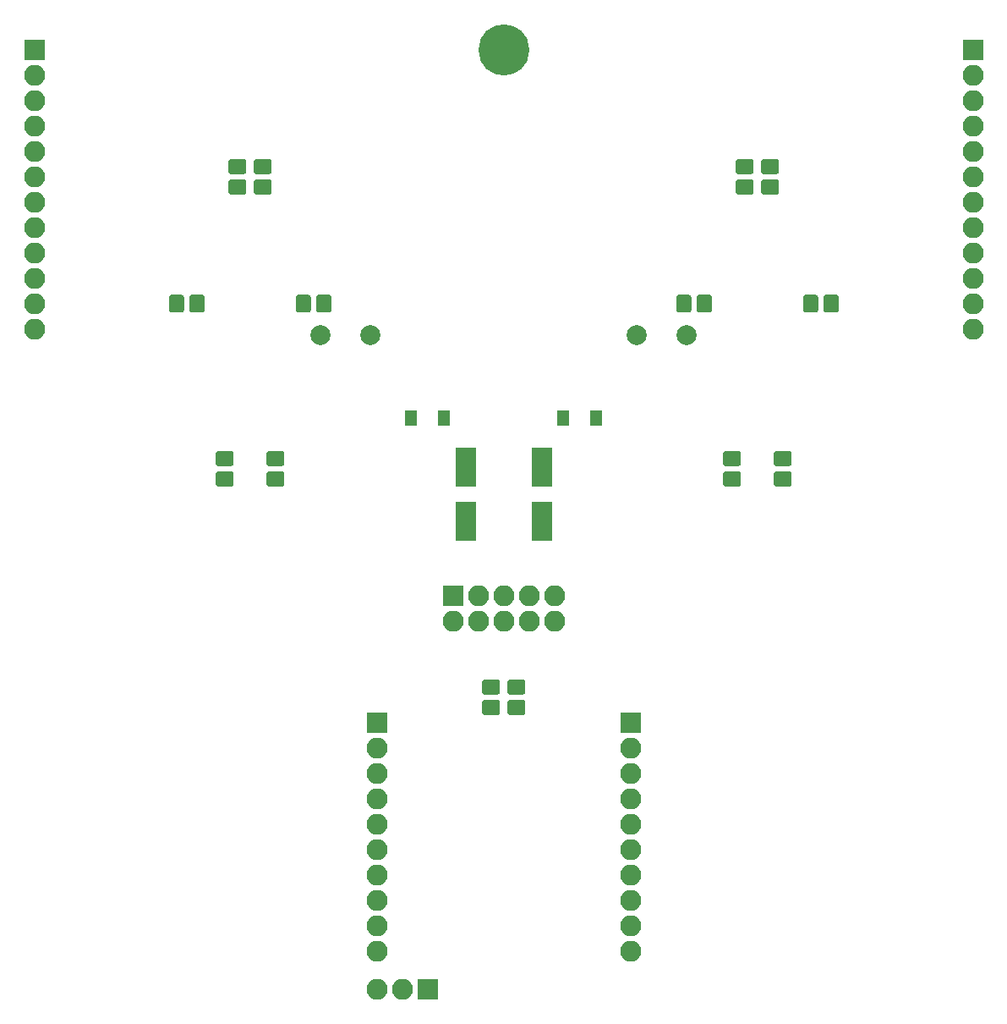
<source format=gbr>
G04 #@! TF.GenerationSoftware,KiCad,Pcbnew,(5.1.5)-3*
G04 #@! TF.CreationDate,2020-07-18T15:31:23-05:00*
G04 #@! TF.ProjectId,Miasma_Main_smd,4d696173-6d61-45f4-9d61-696e5f736d64,rev?*
G04 #@! TF.SameCoordinates,Original*
G04 #@! TF.FileFunction,Soldermask,Bot*
G04 #@! TF.FilePolarity,Negative*
%FSLAX46Y46*%
G04 Gerber Fmt 4.6, Leading zero omitted, Abs format (unit mm)*
G04 Created by KiCad (PCBNEW (5.1.5)-3) date 2020-07-18 15:31:23*
%MOMM*%
%LPD*%
G04 APERTURE LIST*
%ADD10C,2.000000*%
%ADD11O,2.100000X2.100000*%
%ADD12R,2.100000X2.100000*%
%ADD13C,0.100000*%
%ADD14R,1.300000X1.600000*%
%ADD15R,2.000000X3.900000*%
%ADD16C,5.100000*%
G04 APERTURE END LIST*
D10*
X131445000Y-78105000D03*
X126445000Y-78105000D03*
X163115000Y-78105000D03*
X158115000Y-78105000D03*
D11*
X132080000Y-143510000D03*
X134620000Y-143510000D03*
D12*
X137160000Y-143510000D03*
D13*
G36*
X146646071Y-112501623D02*
G01*
X146678781Y-112506475D01*
X146710857Y-112514509D01*
X146741991Y-112525649D01*
X146771884Y-112539787D01*
X146800247Y-112556787D01*
X146826807Y-112576485D01*
X146851308Y-112598692D01*
X146873515Y-112623193D01*
X146893213Y-112649753D01*
X146910213Y-112678116D01*
X146924351Y-112708009D01*
X146935491Y-112739143D01*
X146943525Y-112771219D01*
X146948377Y-112803929D01*
X146950000Y-112836956D01*
X146950000Y-113713044D01*
X146948377Y-113746071D01*
X146943525Y-113778781D01*
X146935491Y-113810857D01*
X146924351Y-113841991D01*
X146910213Y-113871884D01*
X146893213Y-113900247D01*
X146873515Y-113926807D01*
X146851308Y-113951308D01*
X146826807Y-113973515D01*
X146800247Y-113993213D01*
X146771884Y-114010213D01*
X146741991Y-114024351D01*
X146710857Y-114035491D01*
X146678781Y-114043525D01*
X146646071Y-114048377D01*
X146613044Y-114050000D01*
X145486956Y-114050000D01*
X145453929Y-114048377D01*
X145421219Y-114043525D01*
X145389143Y-114035491D01*
X145358009Y-114024351D01*
X145328116Y-114010213D01*
X145299753Y-113993213D01*
X145273193Y-113973515D01*
X145248692Y-113951308D01*
X145226485Y-113926807D01*
X145206787Y-113900247D01*
X145189787Y-113871884D01*
X145175649Y-113841991D01*
X145164509Y-113810857D01*
X145156475Y-113778781D01*
X145151623Y-113746071D01*
X145150000Y-113713044D01*
X145150000Y-112836956D01*
X145151623Y-112803929D01*
X145156475Y-112771219D01*
X145164509Y-112739143D01*
X145175649Y-112708009D01*
X145189787Y-112678116D01*
X145206787Y-112649753D01*
X145226485Y-112623193D01*
X145248692Y-112598692D01*
X145273193Y-112576485D01*
X145299753Y-112556787D01*
X145328116Y-112539787D01*
X145358009Y-112525649D01*
X145389143Y-112514509D01*
X145421219Y-112506475D01*
X145453929Y-112501623D01*
X145486956Y-112500000D01*
X146613044Y-112500000D01*
X146646071Y-112501623D01*
G37*
G36*
X146646071Y-114551623D02*
G01*
X146678781Y-114556475D01*
X146710857Y-114564509D01*
X146741991Y-114575649D01*
X146771884Y-114589787D01*
X146800247Y-114606787D01*
X146826807Y-114626485D01*
X146851308Y-114648692D01*
X146873515Y-114673193D01*
X146893213Y-114699753D01*
X146910213Y-114728116D01*
X146924351Y-114758009D01*
X146935491Y-114789143D01*
X146943525Y-114821219D01*
X146948377Y-114853929D01*
X146950000Y-114886956D01*
X146950000Y-115763044D01*
X146948377Y-115796071D01*
X146943525Y-115828781D01*
X146935491Y-115860857D01*
X146924351Y-115891991D01*
X146910213Y-115921884D01*
X146893213Y-115950247D01*
X146873515Y-115976807D01*
X146851308Y-116001308D01*
X146826807Y-116023515D01*
X146800247Y-116043213D01*
X146771884Y-116060213D01*
X146741991Y-116074351D01*
X146710857Y-116085491D01*
X146678781Y-116093525D01*
X146646071Y-116098377D01*
X146613044Y-116100000D01*
X145486956Y-116100000D01*
X145453929Y-116098377D01*
X145421219Y-116093525D01*
X145389143Y-116085491D01*
X145358009Y-116074351D01*
X145328116Y-116060213D01*
X145299753Y-116043213D01*
X145273193Y-116023515D01*
X145248692Y-116001308D01*
X145226485Y-115976807D01*
X145206787Y-115950247D01*
X145189787Y-115921884D01*
X145175649Y-115891991D01*
X145164509Y-115860857D01*
X145156475Y-115828781D01*
X145151623Y-115796071D01*
X145150000Y-115763044D01*
X145150000Y-114886956D01*
X145151623Y-114853929D01*
X145156475Y-114821219D01*
X145164509Y-114789143D01*
X145175649Y-114758009D01*
X145189787Y-114728116D01*
X145206787Y-114699753D01*
X145226485Y-114673193D01*
X145248692Y-114648692D01*
X145273193Y-114626485D01*
X145299753Y-114606787D01*
X145328116Y-114589787D01*
X145358009Y-114575649D01*
X145389143Y-114564509D01*
X145421219Y-114556475D01*
X145453929Y-114551623D01*
X145486956Y-114550000D01*
X146613044Y-114550000D01*
X146646071Y-114551623D01*
G37*
G36*
X144106071Y-114551623D02*
G01*
X144138781Y-114556475D01*
X144170857Y-114564509D01*
X144201991Y-114575649D01*
X144231884Y-114589787D01*
X144260247Y-114606787D01*
X144286807Y-114626485D01*
X144311308Y-114648692D01*
X144333515Y-114673193D01*
X144353213Y-114699753D01*
X144370213Y-114728116D01*
X144384351Y-114758009D01*
X144395491Y-114789143D01*
X144403525Y-114821219D01*
X144408377Y-114853929D01*
X144410000Y-114886956D01*
X144410000Y-115763044D01*
X144408377Y-115796071D01*
X144403525Y-115828781D01*
X144395491Y-115860857D01*
X144384351Y-115891991D01*
X144370213Y-115921884D01*
X144353213Y-115950247D01*
X144333515Y-115976807D01*
X144311308Y-116001308D01*
X144286807Y-116023515D01*
X144260247Y-116043213D01*
X144231884Y-116060213D01*
X144201991Y-116074351D01*
X144170857Y-116085491D01*
X144138781Y-116093525D01*
X144106071Y-116098377D01*
X144073044Y-116100000D01*
X142946956Y-116100000D01*
X142913929Y-116098377D01*
X142881219Y-116093525D01*
X142849143Y-116085491D01*
X142818009Y-116074351D01*
X142788116Y-116060213D01*
X142759753Y-116043213D01*
X142733193Y-116023515D01*
X142708692Y-116001308D01*
X142686485Y-115976807D01*
X142666787Y-115950247D01*
X142649787Y-115921884D01*
X142635649Y-115891991D01*
X142624509Y-115860857D01*
X142616475Y-115828781D01*
X142611623Y-115796071D01*
X142610000Y-115763044D01*
X142610000Y-114886956D01*
X142611623Y-114853929D01*
X142616475Y-114821219D01*
X142624509Y-114789143D01*
X142635649Y-114758009D01*
X142649787Y-114728116D01*
X142666787Y-114699753D01*
X142686485Y-114673193D01*
X142708692Y-114648692D01*
X142733193Y-114626485D01*
X142759753Y-114606787D01*
X142788116Y-114589787D01*
X142818009Y-114575649D01*
X142849143Y-114564509D01*
X142881219Y-114556475D01*
X142913929Y-114551623D01*
X142946956Y-114550000D01*
X144073044Y-114550000D01*
X144106071Y-114551623D01*
G37*
G36*
X144106071Y-112501623D02*
G01*
X144138781Y-112506475D01*
X144170857Y-112514509D01*
X144201991Y-112525649D01*
X144231884Y-112539787D01*
X144260247Y-112556787D01*
X144286807Y-112576485D01*
X144311308Y-112598692D01*
X144333515Y-112623193D01*
X144353213Y-112649753D01*
X144370213Y-112678116D01*
X144384351Y-112708009D01*
X144395491Y-112739143D01*
X144403525Y-112771219D01*
X144408377Y-112803929D01*
X144410000Y-112836956D01*
X144410000Y-113713044D01*
X144408377Y-113746071D01*
X144403525Y-113778781D01*
X144395491Y-113810857D01*
X144384351Y-113841991D01*
X144370213Y-113871884D01*
X144353213Y-113900247D01*
X144333515Y-113926807D01*
X144311308Y-113951308D01*
X144286807Y-113973515D01*
X144260247Y-113993213D01*
X144231884Y-114010213D01*
X144201991Y-114024351D01*
X144170857Y-114035491D01*
X144138781Y-114043525D01*
X144106071Y-114048377D01*
X144073044Y-114050000D01*
X142946956Y-114050000D01*
X142913929Y-114048377D01*
X142881219Y-114043525D01*
X142849143Y-114035491D01*
X142818009Y-114024351D01*
X142788116Y-114010213D01*
X142759753Y-113993213D01*
X142733193Y-113973515D01*
X142708692Y-113951308D01*
X142686485Y-113926807D01*
X142666787Y-113900247D01*
X142649787Y-113871884D01*
X142635649Y-113841991D01*
X142624509Y-113810857D01*
X142616475Y-113778781D01*
X142611623Y-113746071D01*
X142610000Y-113713044D01*
X142610000Y-112836956D01*
X142611623Y-112803929D01*
X142616475Y-112771219D01*
X142624509Y-112739143D01*
X142635649Y-112708009D01*
X142649787Y-112678116D01*
X142666787Y-112649753D01*
X142686485Y-112623193D01*
X142708692Y-112598692D01*
X142733193Y-112576485D01*
X142759753Y-112556787D01*
X142788116Y-112539787D01*
X142818009Y-112525649D01*
X142849143Y-112514509D01*
X142881219Y-112506475D01*
X142913929Y-112501623D01*
X142946956Y-112500000D01*
X144073044Y-112500000D01*
X144106071Y-112501623D01*
G37*
G36*
X122516071Y-91691623D02*
G01*
X122548781Y-91696475D01*
X122580857Y-91704509D01*
X122611991Y-91715649D01*
X122641884Y-91729787D01*
X122670247Y-91746787D01*
X122696807Y-91766485D01*
X122721308Y-91788692D01*
X122743515Y-91813193D01*
X122763213Y-91839753D01*
X122780213Y-91868116D01*
X122794351Y-91898009D01*
X122805491Y-91929143D01*
X122813525Y-91961219D01*
X122818377Y-91993929D01*
X122820000Y-92026956D01*
X122820000Y-92903044D01*
X122818377Y-92936071D01*
X122813525Y-92968781D01*
X122805491Y-93000857D01*
X122794351Y-93031991D01*
X122780213Y-93061884D01*
X122763213Y-93090247D01*
X122743515Y-93116807D01*
X122721308Y-93141308D01*
X122696807Y-93163515D01*
X122670247Y-93183213D01*
X122641884Y-93200213D01*
X122611991Y-93214351D01*
X122580857Y-93225491D01*
X122548781Y-93233525D01*
X122516071Y-93238377D01*
X122483044Y-93240000D01*
X121356956Y-93240000D01*
X121323929Y-93238377D01*
X121291219Y-93233525D01*
X121259143Y-93225491D01*
X121228009Y-93214351D01*
X121198116Y-93200213D01*
X121169753Y-93183213D01*
X121143193Y-93163515D01*
X121118692Y-93141308D01*
X121096485Y-93116807D01*
X121076787Y-93090247D01*
X121059787Y-93061884D01*
X121045649Y-93031991D01*
X121034509Y-93000857D01*
X121026475Y-92968781D01*
X121021623Y-92936071D01*
X121020000Y-92903044D01*
X121020000Y-92026956D01*
X121021623Y-91993929D01*
X121026475Y-91961219D01*
X121034509Y-91929143D01*
X121045649Y-91898009D01*
X121059787Y-91868116D01*
X121076787Y-91839753D01*
X121096485Y-91813193D01*
X121118692Y-91788692D01*
X121143193Y-91766485D01*
X121169753Y-91746787D01*
X121198116Y-91729787D01*
X121228009Y-91715649D01*
X121259143Y-91704509D01*
X121291219Y-91696475D01*
X121323929Y-91691623D01*
X121356956Y-91690000D01*
X122483044Y-91690000D01*
X122516071Y-91691623D01*
G37*
G36*
X122516071Y-89641623D02*
G01*
X122548781Y-89646475D01*
X122580857Y-89654509D01*
X122611991Y-89665649D01*
X122641884Y-89679787D01*
X122670247Y-89696787D01*
X122696807Y-89716485D01*
X122721308Y-89738692D01*
X122743515Y-89763193D01*
X122763213Y-89789753D01*
X122780213Y-89818116D01*
X122794351Y-89848009D01*
X122805491Y-89879143D01*
X122813525Y-89911219D01*
X122818377Y-89943929D01*
X122820000Y-89976956D01*
X122820000Y-90853044D01*
X122818377Y-90886071D01*
X122813525Y-90918781D01*
X122805491Y-90950857D01*
X122794351Y-90981991D01*
X122780213Y-91011884D01*
X122763213Y-91040247D01*
X122743515Y-91066807D01*
X122721308Y-91091308D01*
X122696807Y-91113515D01*
X122670247Y-91133213D01*
X122641884Y-91150213D01*
X122611991Y-91164351D01*
X122580857Y-91175491D01*
X122548781Y-91183525D01*
X122516071Y-91188377D01*
X122483044Y-91190000D01*
X121356956Y-91190000D01*
X121323929Y-91188377D01*
X121291219Y-91183525D01*
X121259143Y-91175491D01*
X121228009Y-91164351D01*
X121198116Y-91150213D01*
X121169753Y-91133213D01*
X121143193Y-91113515D01*
X121118692Y-91091308D01*
X121096485Y-91066807D01*
X121076787Y-91040247D01*
X121059787Y-91011884D01*
X121045649Y-90981991D01*
X121034509Y-90950857D01*
X121026475Y-90918781D01*
X121021623Y-90886071D01*
X121020000Y-90853044D01*
X121020000Y-89976956D01*
X121021623Y-89943929D01*
X121026475Y-89911219D01*
X121034509Y-89879143D01*
X121045649Y-89848009D01*
X121059787Y-89818116D01*
X121076787Y-89789753D01*
X121096485Y-89763193D01*
X121118692Y-89738692D01*
X121143193Y-89716485D01*
X121169753Y-89696787D01*
X121198116Y-89679787D01*
X121228009Y-89665649D01*
X121259143Y-89654509D01*
X121291219Y-89646475D01*
X121323929Y-89641623D01*
X121356956Y-89640000D01*
X122483044Y-89640000D01*
X122516071Y-89641623D01*
G37*
G36*
X173316071Y-91691623D02*
G01*
X173348781Y-91696475D01*
X173380857Y-91704509D01*
X173411991Y-91715649D01*
X173441884Y-91729787D01*
X173470247Y-91746787D01*
X173496807Y-91766485D01*
X173521308Y-91788692D01*
X173543515Y-91813193D01*
X173563213Y-91839753D01*
X173580213Y-91868116D01*
X173594351Y-91898009D01*
X173605491Y-91929143D01*
X173613525Y-91961219D01*
X173618377Y-91993929D01*
X173620000Y-92026956D01*
X173620000Y-92903044D01*
X173618377Y-92936071D01*
X173613525Y-92968781D01*
X173605491Y-93000857D01*
X173594351Y-93031991D01*
X173580213Y-93061884D01*
X173563213Y-93090247D01*
X173543515Y-93116807D01*
X173521308Y-93141308D01*
X173496807Y-93163515D01*
X173470247Y-93183213D01*
X173441884Y-93200213D01*
X173411991Y-93214351D01*
X173380857Y-93225491D01*
X173348781Y-93233525D01*
X173316071Y-93238377D01*
X173283044Y-93240000D01*
X172156956Y-93240000D01*
X172123929Y-93238377D01*
X172091219Y-93233525D01*
X172059143Y-93225491D01*
X172028009Y-93214351D01*
X171998116Y-93200213D01*
X171969753Y-93183213D01*
X171943193Y-93163515D01*
X171918692Y-93141308D01*
X171896485Y-93116807D01*
X171876787Y-93090247D01*
X171859787Y-93061884D01*
X171845649Y-93031991D01*
X171834509Y-93000857D01*
X171826475Y-92968781D01*
X171821623Y-92936071D01*
X171820000Y-92903044D01*
X171820000Y-92026956D01*
X171821623Y-91993929D01*
X171826475Y-91961219D01*
X171834509Y-91929143D01*
X171845649Y-91898009D01*
X171859787Y-91868116D01*
X171876787Y-91839753D01*
X171896485Y-91813193D01*
X171918692Y-91788692D01*
X171943193Y-91766485D01*
X171969753Y-91746787D01*
X171998116Y-91729787D01*
X172028009Y-91715649D01*
X172059143Y-91704509D01*
X172091219Y-91696475D01*
X172123929Y-91691623D01*
X172156956Y-91690000D01*
X173283044Y-91690000D01*
X173316071Y-91691623D01*
G37*
G36*
X173316071Y-89641623D02*
G01*
X173348781Y-89646475D01*
X173380857Y-89654509D01*
X173411991Y-89665649D01*
X173441884Y-89679787D01*
X173470247Y-89696787D01*
X173496807Y-89716485D01*
X173521308Y-89738692D01*
X173543515Y-89763193D01*
X173563213Y-89789753D01*
X173580213Y-89818116D01*
X173594351Y-89848009D01*
X173605491Y-89879143D01*
X173613525Y-89911219D01*
X173618377Y-89943929D01*
X173620000Y-89976956D01*
X173620000Y-90853044D01*
X173618377Y-90886071D01*
X173613525Y-90918781D01*
X173605491Y-90950857D01*
X173594351Y-90981991D01*
X173580213Y-91011884D01*
X173563213Y-91040247D01*
X173543515Y-91066807D01*
X173521308Y-91091308D01*
X173496807Y-91113515D01*
X173470247Y-91133213D01*
X173441884Y-91150213D01*
X173411991Y-91164351D01*
X173380857Y-91175491D01*
X173348781Y-91183525D01*
X173316071Y-91188377D01*
X173283044Y-91190000D01*
X172156956Y-91190000D01*
X172123929Y-91188377D01*
X172091219Y-91183525D01*
X172059143Y-91175491D01*
X172028009Y-91164351D01*
X171998116Y-91150213D01*
X171969753Y-91133213D01*
X171943193Y-91113515D01*
X171918692Y-91091308D01*
X171896485Y-91066807D01*
X171876787Y-91040247D01*
X171859787Y-91011884D01*
X171845649Y-90981991D01*
X171834509Y-90950857D01*
X171826475Y-90918781D01*
X171821623Y-90886071D01*
X171820000Y-90853044D01*
X171820000Y-89976956D01*
X171821623Y-89943929D01*
X171826475Y-89911219D01*
X171834509Y-89879143D01*
X171845649Y-89848009D01*
X171859787Y-89818116D01*
X171876787Y-89789753D01*
X171896485Y-89763193D01*
X171918692Y-89738692D01*
X171943193Y-89716485D01*
X171969753Y-89696787D01*
X171998116Y-89679787D01*
X172028009Y-89665649D01*
X172059143Y-89654509D01*
X172091219Y-89646475D01*
X172123929Y-89641623D01*
X172156956Y-89640000D01*
X173283044Y-89640000D01*
X173316071Y-89641623D01*
G37*
G36*
X127226071Y-74031623D02*
G01*
X127258781Y-74036475D01*
X127290857Y-74044509D01*
X127321991Y-74055649D01*
X127351884Y-74069787D01*
X127380247Y-74086787D01*
X127406807Y-74106485D01*
X127431308Y-74128692D01*
X127453515Y-74153193D01*
X127473213Y-74179753D01*
X127490213Y-74208116D01*
X127504351Y-74238009D01*
X127515491Y-74269143D01*
X127523525Y-74301219D01*
X127528377Y-74333929D01*
X127530000Y-74366956D01*
X127530000Y-75493044D01*
X127528377Y-75526071D01*
X127523525Y-75558781D01*
X127515491Y-75590857D01*
X127504351Y-75621991D01*
X127490213Y-75651884D01*
X127473213Y-75680247D01*
X127453515Y-75706807D01*
X127431308Y-75731308D01*
X127406807Y-75753515D01*
X127380247Y-75773213D01*
X127351884Y-75790213D01*
X127321991Y-75804351D01*
X127290857Y-75815491D01*
X127258781Y-75823525D01*
X127226071Y-75828377D01*
X127193044Y-75830000D01*
X126316956Y-75830000D01*
X126283929Y-75828377D01*
X126251219Y-75823525D01*
X126219143Y-75815491D01*
X126188009Y-75804351D01*
X126158116Y-75790213D01*
X126129753Y-75773213D01*
X126103193Y-75753515D01*
X126078692Y-75731308D01*
X126056485Y-75706807D01*
X126036787Y-75680247D01*
X126019787Y-75651884D01*
X126005649Y-75621991D01*
X125994509Y-75590857D01*
X125986475Y-75558781D01*
X125981623Y-75526071D01*
X125980000Y-75493044D01*
X125980000Y-74366956D01*
X125981623Y-74333929D01*
X125986475Y-74301219D01*
X125994509Y-74269143D01*
X126005649Y-74238009D01*
X126019787Y-74208116D01*
X126036787Y-74179753D01*
X126056485Y-74153193D01*
X126078692Y-74128692D01*
X126103193Y-74106485D01*
X126129753Y-74086787D01*
X126158116Y-74069787D01*
X126188009Y-74055649D01*
X126219143Y-74044509D01*
X126251219Y-74036475D01*
X126283929Y-74031623D01*
X126316956Y-74030000D01*
X127193044Y-74030000D01*
X127226071Y-74031623D01*
G37*
G36*
X125176071Y-74031623D02*
G01*
X125208781Y-74036475D01*
X125240857Y-74044509D01*
X125271991Y-74055649D01*
X125301884Y-74069787D01*
X125330247Y-74086787D01*
X125356807Y-74106485D01*
X125381308Y-74128692D01*
X125403515Y-74153193D01*
X125423213Y-74179753D01*
X125440213Y-74208116D01*
X125454351Y-74238009D01*
X125465491Y-74269143D01*
X125473525Y-74301219D01*
X125478377Y-74333929D01*
X125480000Y-74366956D01*
X125480000Y-75493044D01*
X125478377Y-75526071D01*
X125473525Y-75558781D01*
X125465491Y-75590857D01*
X125454351Y-75621991D01*
X125440213Y-75651884D01*
X125423213Y-75680247D01*
X125403515Y-75706807D01*
X125381308Y-75731308D01*
X125356807Y-75753515D01*
X125330247Y-75773213D01*
X125301884Y-75790213D01*
X125271991Y-75804351D01*
X125240857Y-75815491D01*
X125208781Y-75823525D01*
X125176071Y-75828377D01*
X125143044Y-75830000D01*
X124266956Y-75830000D01*
X124233929Y-75828377D01*
X124201219Y-75823525D01*
X124169143Y-75815491D01*
X124138009Y-75804351D01*
X124108116Y-75790213D01*
X124079753Y-75773213D01*
X124053193Y-75753515D01*
X124028692Y-75731308D01*
X124006485Y-75706807D01*
X123986787Y-75680247D01*
X123969787Y-75651884D01*
X123955649Y-75621991D01*
X123944509Y-75590857D01*
X123936475Y-75558781D01*
X123931623Y-75526071D01*
X123930000Y-75493044D01*
X123930000Y-74366956D01*
X123931623Y-74333929D01*
X123936475Y-74301219D01*
X123944509Y-74269143D01*
X123955649Y-74238009D01*
X123969787Y-74208116D01*
X123986787Y-74179753D01*
X124006485Y-74153193D01*
X124028692Y-74128692D01*
X124053193Y-74106485D01*
X124079753Y-74086787D01*
X124108116Y-74069787D01*
X124138009Y-74055649D01*
X124169143Y-74044509D01*
X124201219Y-74036475D01*
X124233929Y-74031623D01*
X124266956Y-74030000D01*
X125143044Y-74030000D01*
X125176071Y-74031623D01*
G37*
G36*
X121246071Y-62481623D02*
G01*
X121278781Y-62486475D01*
X121310857Y-62494509D01*
X121341991Y-62505649D01*
X121371884Y-62519787D01*
X121400247Y-62536787D01*
X121426807Y-62556485D01*
X121451308Y-62578692D01*
X121473515Y-62603193D01*
X121493213Y-62629753D01*
X121510213Y-62658116D01*
X121524351Y-62688009D01*
X121535491Y-62719143D01*
X121543525Y-62751219D01*
X121548377Y-62783929D01*
X121550000Y-62816956D01*
X121550000Y-63693044D01*
X121548377Y-63726071D01*
X121543525Y-63758781D01*
X121535491Y-63790857D01*
X121524351Y-63821991D01*
X121510213Y-63851884D01*
X121493213Y-63880247D01*
X121473515Y-63906807D01*
X121451308Y-63931308D01*
X121426807Y-63953515D01*
X121400247Y-63973213D01*
X121371884Y-63990213D01*
X121341991Y-64004351D01*
X121310857Y-64015491D01*
X121278781Y-64023525D01*
X121246071Y-64028377D01*
X121213044Y-64030000D01*
X120086956Y-64030000D01*
X120053929Y-64028377D01*
X120021219Y-64023525D01*
X119989143Y-64015491D01*
X119958009Y-64004351D01*
X119928116Y-63990213D01*
X119899753Y-63973213D01*
X119873193Y-63953515D01*
X119848692Y-63931308D01*
X119826485Y-63906807D01*
X119806787Y-63880247D01*
X119789787Y-63851884D01*
X119775649Y-63821991D01*
X119764509Y-63790857D01*
X119756475Y-63758781D01*
X119751623Y-63726071D01*
X119750000Y-63693044D01*
X119750000Y-62816956D01*
X119751623Y-62783929D01*
X119756475Y-62751219D01*
X119764509Y-62719143D01*
X119775649Y-62688009D01*
X119789787Y-62658116D01*
X119806787Y-62629753D01*
X119826485Y-62603193D01*
X119848692Y-62578692D01*
X119873193Y-62556485D01*
X119899753Y-62536787D01*
X119928116Y-62519787D01*
X119958009Y-62505649D01*
X119989143Y-62494509D01*
X120021219Y-62486475D01*
X120053929Y-62481623D01*
X120086956Y-62480000D01*
X121213044Y-62480000D01*
X121246071Y-62481623D01*
G37*
G36*
X121246071Y-60431623D02*
G01*
X121278781Y-60436475D01*
X121310857Y-60444509D01*
X121341991Y-60455649D01*
X121371884Y-60469787D01*
X121400247Y-60486787D01*
X121426807Y-60506485D01*
X121451308Y-60528692D01*
X121473515Y-60553193D01*
X121493213Y-60579753D01*
X121510213Y-60608116D01*
X121524351Y-60638009D01*
X121535491Y-60669143D01*
X121543525Y-60701219D01*
X121548377Y-60733929D01*
X121550000Y-60766956D01*
X121550000Y-61643044D01*
X121548377Y-61676071D01*
X121543525Y-61708781D01*
X121535491Y-61740857D01*
X121524351Y-61771991D01*
X121510213Y-61801884D01*
X121493213Y-61830247D01*
X121473515Y-61856807D01*
X121451308Y-61881308D01*
X121426807Y-61903515D01*
X121400247Y-61923213D01*
X121371884Y-61940213D01*
X121341991Y-61954351D01*
X121310857Y-61965491D01*
X121278781Y-61973525D01*
X121246071Y-61978377D01*
X121213044Y-61980000D01*
X120086956Y-61980000D01*
X120053929Y-61978377D01*
X120021219Y-61973525D01*
X119989143Y-61965491D01*
X119958009Y-61954351D01*
X119928116Y-61940213D01*
X119899753Y-61923213D01*
X119873193Y-61903515D01*
X119848692Y-61881308D01*
X119826485Y-61856807D01*
X119806787Y-61830247D01*
X119789787Y-61801884D01*
X119775649Y-61771991D01*
X119764509Y-61740857D01*
X119756475Y-61708781D01*
X119751623Y-61676071D01*
X119750000Y-61643044D01*
X119750000Y-60766956D01*
X119751623Y-60733929D01*
X119756475Y-60701219D01*
X119764509Y-60669143D01*
X119775649Y-60638009D01*
X119789787Y-60608116D01*
X119806787Y-60579753D01*
X119826485Y-60553193D01*
X119848692Y-60528692D01*
X119873193Y-60506485D01*
X119899753Y-60486787D01*
X119928116Y-60469787D01*
X119958009Y-60455649D01*
X119989143Y-60444509D01*
X120021219Y-60436475D01*
X120053929Y-60431623D01*
X120086956Y-60430000D01*
X121213044Y-60430000D01*
X121246071Y-60431623D01*
G37*
G36*
X178026071Y-74031623D02*
G01*
X178058781Y-74036475D01*
X178090857Y-74044509D01*
X178121991Y-74055649D01*
X178151884Y-74069787D01*
X178180247Y-74086787D01*
X178206807Y-74106485D01*
X178231308Y-74128692D01*
X178253515Y-74153193D01*
X178273213Y-74179753D01*
X178290213Y-74208116D01*
X178304351Y-74238009D01*
X178315491Y-74269143D01*
X178323525Y-74301219D01*
X178328377Y-74333929D01*
X178330000Y-74366956D01*
X178330000Y-75493044D01*
X178328377Y-75526071D01*
X178323525Y-75558781D01*
X178315491Y-75590857D01*
X178304351Y-75621991D01*
X178290213Y-75651884D01*
X178273213Y-75680247D01*
X178253515Y-75706807D01*
X178231308Y-75731308D01*
X178206807Y-75753515D01*
X178180247Y-75773213D01*
X178151884Y-75790213D01*
X178121991Y-75804351D01*
X178090857Y-75815491D01*
X178058781Y-75823525D01*
X178026071Y-75828377D01*
X177993044Y-75830000D01*
X177116956Y-75830000D01*
X177083929Y-75828377D01*
X177051219Y-75823525D01*
X177019143Y-75815491D01*
X176988009Y-75804351D01*
X176958116Y-75790213D01*
X176929753Y-75773213D01*
X176903193Y-75753515D01*
X176878692Y-75731308D01*
X176856485Y-75706807D01*
X176836787Y-75680247D01*
X176819787Y-75651884D01*
X176805649Y-75621991D01*
X176794509Y-75590857D01*
X176786475Y-75558781D01*
X176781623Y-75526071D01*
X176780000Y-75493044D01*
X176780000Y-74366956D01*
X176781623Y-74333929D01*
X176786475Y-74301219D01*
X176794509Y-74269143D01*
X176805649Y-74238009D01*
X176819787Y-74208116D01*
X176836787Y-74179753D01*
X176856485Y-74153193D01*
X176878692Y-74128692D01*
X176903193Y-74106485D01*
X176929753Y-74086787D01*
X176958116Y-74069787D01*
X176988009Y-74055649D01*
X177019143Y-74044509D01*
X177051219Y-74036475D01*
X177083929Y-74031623D01*
X177116956Y-74030000D01*
X177993044Y-74030000D01*
X178026071Y-74031623D01*
G37*
G36*
X175976071Y-74031623D02*
G01*
X176008781Y-74036475D01*
X176040857Y-74044509D01*
X176071991Y-74055649D01*
X176101884Y-74069787D01*
X176130247Y-74086787D01*
X176156807Y-74106485D01*
X176181308Y-74128692D01*
X176203515Y-74153193D01*
X176223213Y-74179753D01*
X176240213Y-74208116D01*
X176254351Y-74238009D01*
X176265491Y-74269143D01*
X176273525Y-74301219D01*
X176278377Y-74333929D01*
X176280000Y-74366956D01*
X176280000Y-75493044D01*
X176278377Y-75526071D01*
X176273525Y-75558781D01*
X176265491Y-75590857D01*
X176254351Y-75621991D01*
X176240213Y-75651884D01*
X176223213Y-75680247D01*
X176203515Y-75706807D01*
X176181308Y-75731308D01*
X176156807Y-75753515D01*
X176130247Y-75773213D01*
X176101884Y-75790213D01*
X176071991Y-75804351D01*
X176040857Y-75815491D01*
X176008781Y-75823525D01*
X175976071Y-75828377D01*
X175943044Y-75830000D01*
X175066956Y-75830000D01*
X175033929Y-75828377D01*
X175001219Y-75823525D01*
X174969143Y-75815491D01*
X174938009Y-75804351D01*
X174908116Y-75790213D01*
X174879753Y-75773213D01*
X174853193Y-75753515D01*
X174828692Y-75731308D01*
X174806485Y-75706807D01*
X174786787Y-75680247D01*
X174769787Y-75651884D01*
X174755649Y-75621991D01*
X174744509Y-75590857D01*
X174736475Y-75558781D01*
X174731623Y-75526071D01*
X174730000Y-75493044D01*
X174730000Y-74366956D01*
X174731623Y-74333929D01*
X174736475Y-74301219D01*
X174744509Y-74269143D01*
X174755649Y-74238009D01*
X174769787Y-74208116D01*
X174786787Y-74179753D01*
X174806485Y-74153193D01*
X174828692Y-74128692D01*
X174853193Y-74106485D01*
X174879753Y-74086787D01*
X174908116Y-74069787D01*
X174938009Y-74055649D01*
X174969143Y-74044509D01*
X175001219Y-74036475D01*
X175033929Y-74031623D01*
X175066956Y-74030000D01*
X175943044Y-74030000D01*
X175976071Y-74031623D01*
G37*
G36*
X172046071Y-62481623D02*
G01*
X172078781Y-62486475D01*
X172110857Y-62494509D01*
X172141991Y-62505649D01*
X172171884Y-62519787D01*
X172200247Y-62536787D01*
X172226807Y-62556485D01*
X172251308Y-62578692D01*
X172273515Y-62603193D01*
X172293213Y-62629753D01*
X172310213Y-62658116D01*
X172324351Y-62688009D01*
X172335491Y-62719143D01*
X172343525Y-62751219D01*
X172348377Y-62783929D01*
X172350000Y-62816956D01*
X172350000Y-63693044D01*
X172348377Y-63726071D01*
X172343525Y-63758781D01*
X172335491Y-63790857D01*
X172324351Y-63821991D01*
X172310213Y-63851884D01*
X172293213Y-63880247D01*
X172273515Y-63906807D01*
X172251308Y-63931308D01*
X172226807Y-63953515D01*
X172200247Y-63973213D01*
X172171884Y-63990213D01*
X172141991Y-64004351D01*
X172110857Y-64015491D01*
X172078781Y-64023525D01*
X172046071Y-64028377D01*
X172013044Y-64030000D01*
X170886956Y-64030000D01*
X170853929Y-64028377D01*
X170821219Y-64023525D01*
X170789143Y-64015491D01*
X170758009Y-64004351D01*
X170728116Y-63990213D01*
X170699753Y-63973213D01*
X170673193Y-63953515D01*
X170648692Y-63931308D01*
X170626485Y-63906807D01*
X170606787Y-63880247D01*
X170589787Y-63851884D01*
X170575649Y-63821991D01*
X170564509Y-63790857D01*
X170556475Y-63758781D01*
X170551623Y-63726071D01*
X170550000Y-63693044D01*
X170550000Y-62816956D01*
X170551623Y-62783929D01*
X170556475Y-62751219D01*
X170564509Y-62719143D01*
X170575649Y-62688009D01*
X170589787Y-62658116D01*
X170606787Y-62629753D01*
X170626485Y-62603193D01*
X170648692Y-62578692D01*
X170673193Y-62556485D01*
X170699753Y-62536787D01*
X170728116Y-62519787D01*
X170758009Y-62505649D01*
X170789143Y-62494509D01*
X170821219Y-62486475D01*
X170853929Y-62481623D01*
X170886956Y-62480000D01*
X172013044Y-62480000D01*
X172046071Y-62481623D01*
G37*
G36*
X172046071Y-60431623D02*
G01*
X172078781Y-60436475D01*
X172110857Y-60444509D01*
X172141991Y-60455649D01*
X172171884Y-60469787D01*
X172200247Y-60486787D01*
X172226807Y-60506485D01*
X172251308Y-60528692D01*
X172273515Y-60553193D01*
X172293213Y-60579753D01*
X172310213Y-60608116D01*
X172324351Y-60638009D01*
X172335491Y-60669143D01*
X172343525Y-60701219D01*
X172348377Y-60733929D01*
X172350000Y-60766956D01*
X172350000Y-61643044D01*
X172348377Y-61676071D01*
X172343525Y-61708781D01*
X172335491Y-61740857D01*
X172324351Y-61771991D01*
X172310213Y-61801884D01*
X172293213Y-61830247D01*
X172273515Y-61856807D01*
X172251308Y-61881308D01*
X172226807Y-61903515D01*
X172200247Y-61923213D01*
X172171884Y-61940213D01*
X172141991Y-61954351D01*
X172110857Y-61965491D01*
X172078781Y-61973525D01*
X172046071Y-61978377D01*
X172013044Y-61980000D01*
X170886956Y-61980000D01*
X170853929Y-61978377D01*
X170821219Y-61973525D01*
X170789143Y-61965491D01*
X170758009Y-61954351D01*
X170728116Y-61940213D01*
X170699753Y-61923213D01*
X170673193Y-61903515D01*
X170648692Y-61881308D01*
X170626485Y-61856807D01*
X170606787Y-61830247D01*
X170589787Y-61801884D01*
X170575649Y-61771991D01*
X170564509Y-61740857D01*
X170556475Y-61708781D01*
X170551623Y-61676071D01*
X170550000Y-61643044D01*
X170550000Y-60766956D01*
X170551623Y-60733929D01*
X170556475Y-60701219D01*
X170564509Y-60669143D01*
X170575649Y-60638009D01*
X170589787Y-60608116D01*
X170606787Y-60579753D01*
X170626485Y-60553193D01*
X170648692Y-60528692D01*
X170673193Y-60506485D01*
X170699753Y-60486787D01*
X170728116Y-60469787D01*
X170758009Y-60455649D01*
X170789143Y-60444509D01*
X170821219Y-60436475D01*
X170853929Y-60431623D01*
X170886956Y-60430000D01*
X172013044Y-60430000D01*
X172046071Y-60431623D01*
G37*
G36*
X168236071Y-89641623D02*
G01*
X168268781Y-89646475D01*
X168300857Y-89654509D01*
X168331991Y-89665649D01*
X168361884Y-89679787D01*
X168390247Y-89696787D01*
X168416807Y-89716485D01*
X168441308Y-89738692D01*
X168463515Y-89763193D01*
X168483213Y-89789753D01*
X168500213Y-89818116D01*
X168514351Y-89848009D01*
X168525491Y-89879143D01*
X168533525Y-89911219D01*
X168538377Y-89943929D01*
X168540000Y-89976956D01*
X168540000Y-90853044D01*
X168538377Y-90886071D01*
X168533525Y-90918781D01*
X168525491Y-90950857D01*
X168514351Y-90981991D01*
X168500213Y-91011884D01*
X168483213Y-91040247D01*
X168463515Y-91066807D01*
X168441308Y-91091308D01*
X168416807Y-91113515D01*
X168390247Y-91133213D01*
X168361884Y-91150213D01*
X168331991Y-91164351D01*
X168300857Y-91175491D01*
X168268781Y-91183525D01*
X168236071Y-91188377D01*
X168203044Y-91190000D01*
X167076956Y-91190000D01*
X167043929Y-91188377D01*
X167011219Y-91183525D01*
X166979143Y-91175491D01*
X166948009Y-91164351D01*
X166918116Y-91150213D01*
X166889753Y-91133213D01*
X166863193Y-91113515D01*
X166838692Y-91091308D01*
X166816485Y-91066807D01*
X166796787Y-91040247D01*
X166779787Y-91011884D01*
X166765649Y-90981991D01*
X166754509Y-90950857D01*
X166746475Y-90918781D01*
X166741623Y-90886071D01*
X166740000Y-90853044D01*
X166740000Y-89976956D01*
X166741623Y-89943929D01*
X166746475Y-89911219D01*
X166754509Y-89879143D01*
X166765649Y-89848009D01*
X166779787Y-89818116D01*
X166796787Y-89789753D01*
X166816485Y-89763193D01*
X166838692Y-89738692D01*
X166863193Y-89716485D01*
X166889753Y-89696787D01*
X166918116Y-89679787D01*
X166948009Y-89665649D01*
X166979143Y-89654509D01*
X167011219Y-89646475D01*
X167043929Y-89641623D01*
X167076956Y-89640000D01*
X168203044Y-89640000D01*
X168236071Y-89641623D01*
G37*
G36*
X168236071Y-91691623D02*
G01*
X168268781Y-91696475D01*
X168300857Y-91704509D01*
X168331991Y-91715649D01*
X168361884Y-91729787D01*
X168390247Y-91746787D01*
X168416807Y-91766485D01*
X168441308Y-91788692D01*
X168463515Y-91813193D01*
X168483213Y-91839753D01*
X168500213Y-91868116D01*
X168514351Y-91898009D01*
X168525491Y-91929143D01*
X168533525Y-91961219D01*
X168538377Y-91993929D01*
X168540000Y-92026956D01*
X168540000Y-92903044D01*
X168538377Y-92936071D01*
X168533525Y-92968781D01*
X168525491Y-93000857D01*
X168514351Y-93031991D01*
X168500213Y-93061884D01*
X168483213Y-93090247D01*
X168463515Y-93116807D01*
X168441308Y-93141308D01*
X168416807Y-93163515D01*
X168390247Y-93183213D01*
X168361884Y-93200213D01*
X168331991Y-93214351D01*
X168300857Y-93225491D01*
X168268781Y-93233525D01*
X168236071Y-93238377D01*
X168203044Y-93240000D01*
X167076956Y-93240000D01*
X167043929Y-93238377D01*
X167011219Y-93233525D01*
X166979143Y-93225491D01*
X166948009Y-93214351D01*
X166918116Y-93200213D01*
X166889753Y-93183213D01*
X166863193Y-93163515D01*
X166838692Y-93141308D01*
X166816485Y-93116807D01*
X166796787Y-93090247D01*
X166779787Y-93061884D01*
X166765649Y-93031991D01*
X166754509Y-93000857D01*
X166746475Y-92968781D01*
X166741623Y-92936071D01*
X166740000Y-92903044D01*
X166740000Y-92026956D01*
X166741623Y-91993929D01*
X166746475Y-91961219D01*
X166754509Y-91929143D01*
X166765649Y-91898009D01*
X166779787Y-91868116D01*
X166796787Y-91839753D01*
X166816485Y-91813193D01*
X166838692Y-91788692D01*
X166863193Y-91766485D01*
X166889753Y-91746787D01*
X166918116Y-91729787D01*
X166948009Y-91715649D01*
X166979143Y-91704509D01*
X167011219Y-91696475D01*
X167043929Y-91691623D01*
X167076956Y-91690000D01*
X168203044Y-91690000D01*
X168236071Y-91691623D01*
G37*
G36*
X118706071Y-60431623D02*
G01*
X118738781Y-60436475D01*
X118770857Y-60444509D01*
X118801991Y-60455649D01*
X118831884Y-60469787D01*
X118860247Y-60486787D01*
X118886807Y-60506485D01*
X118911308Y-60528692D01*
X118933515Y-60553193D01*
X118953213Y-60579753D01*
X118970213Y-60608116D01*
X118984351Y-60638009D01*
X118995491Y-60669143D01*
X119003525Y-60701219D01*
X119008377Y-60733929D01*
X119010000Y-60766956D01*
X119010000Y-61643044D01*
X119008377Y-61676071D01*
X119003525Y-61708781D01*
X118995491Y-61740857D01*
X118984351Y-61771991D01*
X118970213Y-61801884D01*
X118953213Y-61830247D01*
X118933515Y-61856807D01*
X118911308Y-61881308D01*
X118886807Y-61903515D01*
X118860247Y-61923213D01*
X118831884Y-61940213D01*
X118801991Y-61954351D01*
X118770857Y-61965491D01*
X118738781Y-61973525D01*
X118706071Y-61978377D01*
X118673044Y-61980000D01*
X117546956Y-61980000D01*
X117513929Y-61978377D01*
X117481219Y-61973525D01*
X117449143Y-61965491D01*
X117418009Y-61954351D01*
X117388116Y-61940213D01*
X117359753Y-61923213D01*
X117333193Y-61903515D01*
X117308692Y-61881308D01*
X117286485Y-61856807D01*
X117266787Y-61830247D01*
X117249787Y-61801884D01*
X117235649Y-61771991D01*
X117224509Y-61740857D01*
X117216475Y-61708781D01*
X117211623Y-61676071D01*
X117210000Y-61643044D01*
X117210000Y-60766956D01*
X117211623Y-60733929D01*
X117216475Y-60701219D01*
X117224509Y-60669143D01*
X117235649Y-60638009D01*
X117249787Y-60608116D01*
X117266787Y-60579753D01*
X117286485Y-60553193D01*
X117308692Y-60528692D01*
X117333193Y-60506485D01*
X117359753Y-60486787D01*
X117388116Y-60469787D01*
X117418009Y-60455649D01*
X117449143Y-60444509D01*
X117481219Y-60436475D01*
X117513929Y-60431623D01*
X117546956Y-60430000D01*
X118673044Y-60430000D01*
X118706071Y-60431623D01*
G37*
G36*
X118706071Y-62481623D02*
G01*
X118738781Y-62486475D01*
X118770857Y-62494509D01*
X118801991Y-62505649D01*
X118831884Y-62519787D01*
X118860247Y-62536787D01*
X118886807Y-62556485D01*
X118911308Y-62578692D01*
X118933515Y-62603193D01*
X118953213Y-62629753D01*
X118970213Y-62658116D01*
X118984351Y-62688009D01*
X118995491Y-62719143D01*
X119003525Y-62751219D01*
X119008377Y-62783929D01*
X119010000Y-62816956D01*
X119010000Y-63693044D01*
X119008377Y-63726071D01*
X119003525Y-63758781D01*
X118995491Y-63790857D01*
X118984351Y-63821991D01*
X118970213Y-63851884D01*
X118953213Y-63880247D01*
X118933515Y-63906807D01*
X118911308Y-63931308D01*
X118886807Y-63953515D01*
X118860247Y-63973213D01*
X118831884Y-63990213D01*
X118801991Y-64004351D01*
X118770857Y-64015491D01*
X118738781Y-64023525D01*
X118706071Y-64028377D01*
X118673044Y-64030000D01*
X117546956Y-64030000D01*
X117513929Y-64028377D01*
X117481219Y-64023525D01*
X117449143Y-64015491D01*
X117418009Y-64004351D01*
X117388116Y-63990213D01*
X117359753Y-63973213D01*
X117333193Y-63953515D01*
X117308692Y-63931308D01*
X117286485Y-63906807D01*
X117266787Y-63880247D01*
X117249787Y-63851884D01*
X117235649Y-63821991D01*
X117224509Y-63790857D01*
X117216475Y-63758781D01*
X117211623Y-63726071D01*
X117210000Y-63693044D01*
X117210000Y-62816956D01*
X117211623Y-62783929D01*
X117216475Y-62751219D01*
X117224509Y-62719143D01*
X117235649Y-62688009D01*
X117249787Y-62658116D01*
X117266787Y-62629753D01*
X117286485Y-62603193D01*
X117308692Y-62578692D01*
X117333193Y-62556485D01*
X117359753Y-62536787D01*
X117388116Y-62519787D01*
X117418009Y-62505649D01*
X117449143Y-62494509D01*
X117481219Y-62486475D01*
X117513929Y-62481623D01*
X117546956Y-62480000D01*
X118673044Y-62480000D01*
X118706071Y-62481623D01*
G37*
G36*
X165326071Y-74031623D02*
G01*
X165358781Y-74036475D01*
X165390857Y-74044509D01*
X165421991Y-74055649D01*
X165451884Y-74069787D01*
X165480247Y-74086787D01*
X165506807Y-74106485D01*
X165531308Y-74128692D01*
X165553515Y-74153193D01*
X165573213Y-74179753D01*
X165590213Y-74208116D01*
X165604351Y-74238009D01*
X165615491Y-74269143D01*
X165623525Y-74301219D01*
X165628377Y-74333929D01*
X165630000Y-74366956D01*
X165630000Y-75493044D01*
X165628377Y-75526071D01*
X165623525Y-75558781D01*
X165615491Y-75590857D01*
X165604351Y-75621991D01*
X165590213Y-75651884D01*
X165573213Y-75680247D01*
X165553515Y-75706807D01*
X165531308Y-75731308D01*
X165506807Y-75753515D01*
X165480247Y-75773213D01*
X165451884Y-75790213D01*
X165421991Y-75804351D01*
X165390857Y-75815491D01*
X165358781Y-75823525D01*
X165326071Y-75828377D01*
X165293044Y-75830000D01*
X164416956Y-75830000D01*
X164383929Y-75828377D01*
X164351219Y-75823525D01*
X164319143Y-75815491D01*
X164288009Y-75804351D01*
X164258116Y-75790213D01*
X164229753Y-75773213D01*
X164203193Y-75753515D01*
X164178692Y-75731308D01*
X164156485Y-75706807D01*
X164136787Y-75680247D01*
X164119787Y-75651884D01*
X164105649Y-75621991D01*
X164094509Y-75590857D01*
X164086475Y-75558781D01*
X164081623Y-75526071D01*
X164080000Y-75493044D01*
X164080000Y-74366956D01*
X164081623Y-74333929D01*
X164086475Y-74301219D01*
X164094509Y-74269143D01*
X164105649Y-74238009D01*
X164119787Y-74208116D01*
X164136787Y-74179753D01*
X164156485Y-74153193D01*
X164178692Y-74128692D01*
X164203193Y-74106485D01*
X164229753Y-74086787D01*
X164258116Y-74069787D01*
X164288009Y-74055649D01*
X164319143Y-74044509D01*
X164351219Y-74036475D01*
X164383929Y-74031623D01*
X164416956Y-74030000D01*
X165293044Y-74030000D01*
X165326071Y-74031623D01*
G37*
G36*
X163276071Y-74031623D02*
G01*
X163308781Y-74036475D01*
X163340857Y-74044509D01*
X163371991Y-74055649D01*
X163401884Y-74069787D01*
X163430247Y-74086787D01*
X163456807Y-74106485D01*
X163481308Y-74128692D01*
X163503515Y-74153193D01*
X163523213Y-74179753D01*
X163540213Y-74208116D01*
X163554351Y-74238009D01*
X163565491Y-74269143D01*
X163573525Y-74301219D01*
X163578377Y-74333929D01*
X163580000Y-74366956D01*
X163580000Y-75493044D01*
X163578377Y-75526071D01*
X163573525Y-75558781D01*
X163565491Y-75590857D01*
X163554351Y-75621991D01*
X163540213Y-75651884D01*
X163523213Y-75680247D01*
X163503515Y-75706807D01*
X163481308Y-75731308D01*
X163456807Y-75753515D01*
X163430247Y-75773213D01*
X163401884Y-75790213D01*
X163371991Y-75804351D01*
X163340857Y-75815491D01*
X163308781Y-75823525D01*
X163276071Y-75828377D01*
X163243044Y-75830000D01*
X162366956Y-75830000D01*
X162333929Y-75828377D01*
X162301219Y-75823525D01*
X162269143Y-75815491D01*
X162238009Y-75804351D01*
X162208116Y-75790213D01*
X162179753Y-75773213D01*
X162153193Y-75753515D01*
X162128692Y-75731308D01*
X162106485Y-75706807D01*
X162086787Y-75680247D01*
X162069787Y-75651884D01*
X162055649Y-75621991D01*
X162044509Y-75590857D01*
X162036475Y-75558781D01*
X162031623Y-75526071D01*
X162030000Y-75493044D01*
X162030000Y-74366956D01*
X162031623Y-74333929D01*
X162036475Y-74301219D01*
X162044509Y-74269143D01*
X162055649Y-74238009D01*
X162069787Y-74208116D01*
X162086787Y-74179753D01*
X162106485Y-74153193D01*
X162128692Y-74128692D01*
X162153193Y-74106485D01*
X162179753Y-74086787D01*
X162208116Y-74069787D01*
X162238009Y-74055649D01*
X162269143Y-74044509D01*
X162301219Y-74036475D01*
X162333929Y-74031623D01*
X162366956Y-74030000D01*
X163243044Y-74030000D01*
X163276071Y-74031623D01*
G37*
G36*
X169506071Y-60431623D02*
G01*
X169538781Y-60436475D01*
X169570857Y-60444509D01*
X169601991Y-60455649D01*
X169631884Y-60469787D01*
X169660247Y-60486787D01*
X169686807Y-60506485D01*
X169711308Y-60528692D01*
X169733515Y-60553193D01*
X169753213Y-60579753D01*
X169770213Y-60608116D01*
X169784351Y-60638009D01*
X169795491Y-60669143D01*
X169803525Y-60701219D01*
X169808377Y-60733929D01*
X169810000Y-60766956D01*
X169810000Y-61643044D01*
X169808377Y-61676071D01*
X169803525Y-61708781D01*
X169795491Y-61740857D01*
X169784351Y-61771991D01*
X169770213Y-61801884D01*
X169753213Y-61830247D01*
X169733515Y-61856807D01*
X169711308Y-61881308D01*
X169686807Y-61903515D01*
X169660247Y-61923213D01*
X169631884Y-61940213D01*
X169601991Y-61954351D01*
X169570857Y-61965491D01*
X169538781Y-61973525D01*
X169506071Y-61978377D01*
X169473044Y-61980000D01*
X168346956Y-61980000D01*
X168313929Y-61978377D01*
X168281219Y-61973525D01*
X168249143Y-61965491D01*
X168218009Y-61954351D01*
X168188116Y-61940213D01*
X168159753Y-61923213D01*
X168133193Y-61903515D01*
X168108692Y-61881308D01*
X168086485Y-61856807D01*
X168066787Y-61830247D01*
X168049787Y-61801884D01*
X168035649Y-61771991D01*
X168024509Y-61740857D01*
X168016475Y-61708781D01*
X168011623Y-61676071D01*
X168010000Y-61643044D01*
X168010000Y-60766956D01*
X168011623Y-60733929D01*
X168016475Y-60701219D01*
X168024509Y-60669143D01*
X168035649Y-60638009D01*
X168049787Y-60608116D01*
X168066787Y-60579753D01*
X168086485Y-60553193D01*
X168108692Y-60528692D01*
X168133193Y-60506485D01*
X168159753Y-60486787D01*
X168188116Y-60469787D01*
X168218009Y-60455649D01*
X168249143Y-60444509D01*
X168281219Y-60436475D01*
X168313929Y-60431623D01*
X168346956Y-60430000D01*
X169473044Y-60430000D01*
X169506071Y-60431623D01*
G37*
G36*
X169506071Y-62481623D02*
G01*
X169538781Y-62486475D01*
X169570857Y-62494509D01*
X169601991Y-62505649D01*
X169631884Y-62519787D01*
X169660247Y-62536787D01*
X169686807Y-62556485D01*
X169711308Y-62578692D01*
X169733515Y-62603193D01*
X169753213Y-62629753D01*
X169770213Y-62658116D01*
X169784351Y-62688009D01*
X169795491Y-62719143D01*
X169803525Y-62751219D01*
X169808377Y-62783929D01*
X169810000Y-62816956D01*
X169810000Y-63693044D01*
X169808377Y-63726071D01*
X169803525Y-63758781D01*
X169795491Y-63790857D01*
X169784351Y-63821991D01*
X169770213Y-63851884D01*
X169753213Y-63880247D01*
X169733515Y-63906807D01*
X169711308Y-63931308D01*
X169686807Y-63953515D01*
X169660247Y-63973213D01*
X169631884Y-63990213D01*
X169601991Y-64004351D01*
X169570857Y-64015491D01*
X169538781Y-64023525D01*
X169506071Y-64028377D01*
X169473044Y-64030000D01*
X168346956Y-64030000D01*
X168313929Y-64028377D01*
X168281219Y-64023525D01*
X168249143Y-64015491D01*
X168218009Y-64004351D01*
X168188116Y-63990213D01*
X168159753Y-63973213D01*
X168133193Y-63953515D01*
X168108692Y-63931308D01*
X168086485Y-63906807D01*
X168066787Y-63880247D01*
X168049787Y-63851884D01*
X168035649Y-63821991D01*
X168024509Y-63790857D01*
X168016475Y-63758781D01*
X168011623Y-63726071D01*
X168010000Y-63693044D01*
X168010000Y-62816956D01*
X168011623Y-62783929D01*
X168016475Y-62751219D01*
X168024509Y-62719143D01*
X168035649Y-62688009D01*
X168049787Y-62658116D01*
X168066787Y-62629753D01*
X168086485Y-62603193D01*
X168108692Y-62578692D01*
X168133193Y-62556485D01*
X168159753Y-62536787D01*
X168188116Y-62519787D01*
X168218009Y-62505649D01*
X168249143Y-62494509D01*
X168281219Y-62486475D01*
X168313929Y-62481623D01*
X168346956Y-62480000D01*
X169473044Y-62480000D01*
X169506071Y-62481623D01*
G37*
G36*
X117436071Y-89641623D02*
G01*
X117468781Y-89646475D01*
X117500857Y-89654509D01*
X117531991Y-89665649D01*
X117561884Y-89679787D01*
X117590247Y-89696787D01*
X117616807Y-89716485D01*
X117641308Y-89738692D01*
X117663515Y-89763193D01*
X117683213Y-89789753D01*
X117700213Y-89818116D01*
X117714351Y-89848009D01*
X117725491Y-89879143D01*
X117733525Y-89911219D01*
X117738377Y-89943929D01*
X117740000Y-89976956D01*
X117740000Y-90853044D01*
X117738377Y-90886071D01*
X117733525Y-90918781D01*
X117725491Y-90950857D01*
X117714351Y-90981991D01*
X117700213Y-91011884D01*
X117683213Y-91040247D01*
X117663515Y-91066807D01*
X117641308Y-91091308D01*
X117616807Y-91113515D01*
X117590247Y-91133213D01*
X117561884Y-91150213D01*
X117531991Y-91164351D01*
X117500857Y-91175491D01*
X117468781Y-91183525D01*
X117436071Y-91188377D01*
X117403044Y-91190000D01*
X116276956Y-91190000D01*
X116243929Y-91188377D01*
X116211219Y-91183525D01*
X116179143Y-91175491D01*
X116148009Y-91164351D01*
X116118116Y-91150213D01*
X116089753Y-91133213D01*
X116063193Y-91113515D01*
X116038692Y-91091308D01*
X116016485Y-91066807D01*
X115996787Y-91040247D01*
X115979787Y-91011884D01*
X115965649Y-90981991D01*
X115954509Y-90950857D01*
X115946475Y-90918781D01*
X115941623Y-90886071D01*
X115940000Y-90853044D01*
X115940000Y-89976956D01*
X115941623Y-89943929D01*
X115946475Y-89911219D01*
X115954509Y-89879143D01*
X115965649Y-89848009D01*
X115979787Y-89818116D01*
X115996787Y-89789753D01*
X116016485Y-89763193D01*
X116038692Y-89738692D01*
X116063193Y-89716485D01*
X116089753Y-89696787D01*
X116118116Y-89679787D01*
X116148009Y-89665649D01*
X116179143Y-89654509D01*
X116211219Y-89646475D01*
X116243929Y-89641623D01*
X116276956Y-89640000D01*
X117403044Y-89640000D01*
X117436071Y-89641623D01*
G37*
G36*
X117436071Y-91691623D02*
G01*
X117468781Y-91696475D01*
X117500857Y-91704509D01*
X117531991Y-91715649D01*
X117561884Y-91729787D01*
X117590247Y-91746787D01*
X117616807Y-91766485D01*
X117641308Y-91788692D01*
X117663515Y-91813193D01*
X117683213Y-91839753D01*
X117700213Y-91868116D01*
X117714351Y-91898009D01*
X117725491Y-91929143D01*
X117733525Y-91961219D01*
X117738377Y-91993929D01*
X117740000Y-92026956D01*
X117740000Y-92903044D01*
X117738377Y-92936071D01*
X117733525Y-92968781D01*
X117725491Y-93000857D01*
X117714351Y-93031991D01*
X117700213Y-93061884D01*
X117683213Y-93090247D01*
X117663515Y-93116807D01*
X117641308Y-93141308D01*
X117616807Y-93163515D01*
X117590247Y-93183213D01*
X117561884Y-93200213D01*
X117531991Y-93214351D01*
X117500857Y-93225491D01*
X117468781Y-93233525D01*
X117436071Y-93238377D01*
X117403044Y-93240000D01*
X116276956Y-93240000D01*
X116243929Y-93238377D01*
X116211219Y-93233525D01*
X116179143Y-93225491D01*
X116148009Y-93214351D01*
X116118116Y-93200213D01*
X116089753Y-93183213D01*
X116063193Y-93163515D01*
X116038692Y-93141308D01*
X116016485Y-93116807D01*
X115996787Y-93090247D01*
X115979787Y-93061884D01*
X115965649Y-93031991D01*
X115954509Y-93000857D01*
X115946475Y-92968781D01*
X115941623Y-92936071D01*
X115940000Y-92903044D01*
X115940000Y-92026956D01*
X115941623Y-91993929D01*
X115946475Y-91961219D01*
X115954509Y-91929143D01*
X115965649Y-91898009D01*
X115979787Y-91868116D01*
X115996787Y-91839753D01*
X116016485Y-91813193D01*
X116038692Y-91788692D01*
X116063193Y-91766485D01*
X116089753Y-91746787D01*
X116118116Y-91729787D01*
X116148009Y-91715649D01*
X116179143Y-91704509D01*
X116211219Y-91696475D01*
X116243929Y-91691623D01*
X116276956Y-91690000D01*
X117403044Y-91690000D01*
X117436071Y-91691623D01*
G37*
G36*
X114526071Y-74031623D02*
G01*
X114558781Y-74036475D01*
X114590857Y-74044509D01*
X114621991Y-74055649D01*
X114651884Y-74069787D01*
X114680247Y-74086787D01*
X114706807Y-74106485D01*
X114731308Y-74128692D01*
X114753515Y-74153193D01*
X114773213Y-74179753D01*
X114790213Y-74208116D01*
X114804351Y-74238009D01*
X114815491Y-74269143D01*
X114823525Y-74301219D01*
X114828377Y-74333929D01*
X114830000Y-74366956D01*
X114830000Y-75493044D01*
X114828377Y-75526071D01*
X114823525Y-75558781D01*
X114815491Y-75590857D01*
X114804351Y-75621991D01*
X114790213Y-75651884D01*
X114773213Y-75680247D01*
X114753515Y-75706807D01*
X114731308Y-75731308D01*
X114706807Y-75753515D01*
X114680247Y-75773213D01*
X114651884Y-75790213D01*
X114621991Y-75804351D01*
X114590857Y-75815491D01*
X114558781Y-75823525D01*
X114526071Y-75828377D01*
X114493044Y-75830000D01*
X113616956Y-75830000D01*
X113583929Y-75828377D01*
X113551219Y-75823525D01*
X113519143Y-75815491D01*
X113488009Y-75804351D01*
X113458116Y-75790213D01*
X113429753Y-75773213D01*
X113403193Y-75753515D01*
X113378692Y-75731308D01*
X113356485Y-75706807D01*
X113336787Y-75680247D01*
X113319787Y-75651884D01*
X113305649Y-75621991D01*
X113294509Y-75590857D01*
X113286475Y-75558781D01*
X113281623Y-75526071D01*
X113280000Y-75493044D01*
X113280000Y-74366956D01*
X113281623Y-74333929D01*
X113286475Y-74301219D01*
X113294509Y-74269143D01*
X113305649Y-74238009D01*
X113319787Y-74208116D01*
X113336787Y-74179753D01*
X113356485Y-74153193D01*
X113378692Y-74128692D01*
X113403193Y-74106485D01*
X113429753Y-74086787D01*
X113458116Y-74069787D01*
X113488009Y-74055649D01*
X113519143Y-74044509D01*
X113551219Y-74036475D01*
X113583929Y-74031623D01*
X113616956Y-74030000D01*
X114493044Y-74030000D01*
X114526071Y-74031623D01*
G37*
G36*
X112476071Y-74031623D02*
G01*
X112508781Y-74036475D01*
X112540857Y-74044509D01*
X112571991Y-74055649D01*
X112601884Y-74069787D01*
X112630247Y-74086787D01*
X112656807Y-74106485D01*
X112681308Y-74128692D01*
X112703515Y-74153193D01*
X112723213Y-74179753D01*
X112740213Y-74208116D01*
X112754351Y-74238009D01*
X112765491Y-74269143D01*
X112773525Y-74301219D01*
X112778377Y-74333929D01*
X112780000Y-74366956D01*
X112780000Y-75493044D01*
X112778377Y-75526071D01*
X112773525Y-75558781D01*
X112765491Y-75590857D01*
X112754351Y-75621991D01*
X112740213Y-75651884D01*
X112723213Y-75680247D01*
X112703515Y-75706807D01*
X112681308Y-75731308D01*
X112656807Y-75753515D01*
X112630247Y-75773213D01*
X112601884Y-75790213D01*
X112571991Y-75804351D01*
X112540857Y-75815491D01*
X112508781Y-75823525D01*
X112476071Y-75828377D01*
X112443044Y-75830000D01*
X111566956Y-75830000D01*
X111533929Y-75828377D01*
X111501219Y-75823525D01*
X111469143Y-75815491D01*
X111438009Y-75804351D01*
X111408116Y-75790213D01*
X111379753Y-75773213D01*
X111353193Y-75753515D01*
X111328692Y-75731308D01*
X111306485Y-75706807D01*
X111286787Y-75680247D01*
X111269787Y-75651884D01*
X111255649Y-75621991D01*
X111244509Y-75590857D01*
X111236475Y-75558781D01*
X111231623Y-75526071D01*
X111230000Y-75493044D01*
X111230000Y-74366956D01*
X111231623Y-74333929D01*
X111236475Y-74301219D01*
X111244509Y-74269143D01*
X111255649Y-74238009D01*
X111269787Y-74208116D01*
X111286787Y-74179753D01*
X111306485Y-74153193D01*
X111328692Y-74128692D01*
X111353193Y-74106485D01*
X111379753Y-74086787D01*
X111408116Y-74069787D01*
X111438009Y-74055649D01*
X111469143Y-74044509D01*
X111501219Y-74036475D01*
X111533929Y-74031623D01*
X111566956Y-74030000D01*
X112443044Y-74030000D01*
X112476071Y-74031623D01*
G37*
D11*
X149860000Y-106680000D03*
X149860000Y-104140000D03*
X147320000Y-106680000D03*
X147320000Y-104140000D03*
X144780000Y-106680000D03*
X144780000Y-104140000D03*
X142240000Y-106680000D03*
X142240000Y-104140000D03*
X139700000Y-106680000D03*
D12*
X139700000Y-104140000D03*
D11*
X157480000Y-139700000D03*
X157480000Y-137160000D03*
X157480000Y-134620000D03*
X157480000Y-132080000D03*
X157480000Y-129540000D03*
X157480000Y-127000000D03*
X157480000Y-124460000D03*
X157480000Y-121920000D03*
X157480000Y-119380000D03*
D12*
X157480000Y-116840000D03*
D11*
X191770000Y-77470000D03*
X191770000Y-74930000D03*
X191770000Y-72390000D03*
X191770000Y-69850000D03*
X191770000Y-67310000D03*
X191770000Y-64770000D03*
X191770000Y-62230000D03*
X191770000Y-59690000D03*
X191770000Y-57150000D03*
X191770000Y-54610000D03*
X191770000Y-52070000D03*
D12*
X191770000Y-49530000D03*
D11*
X132080000Y-139700000D03*
X132080000Y-137160000D03*
X132080000Y-134620000D03*
X132080000Y-132080000D03*
X132080000Y-129540000D03*
X132080000Y-127000000D03*
X132080000Y-124460000D03*
X132080000Y-121920000D03*
X132080000Y-119380000D03*
D12*
X132080000Y-116840000D03*
D11*
X97790000Y-77470000D03*
X97790000Y-74930000D03*
X97790000Y-72390000D03*
X97790000Y-69850000D03*
X97790000Y-67310000D03*
X97790000Y-64770000D03*
X97790000Y-62230000D03*
X97790000Y-59690000D03*
X97790000Y-57150000D03*
X97790000Y-54610000D03*
X97790000Y-52070000D03*
D12*
X97790000Y-49530000D03*
D14*
X154050000Y-86360000D03*
X150750000Y-86360000D03*
X138810000Y-86360000D03*
X135510000Y-86360000D03*
D15*
X140970000Y-91280000D03*
X140970000Y-96680000D03*
X148590000Y-96680000D03*
X148590000Y-91280000D03*
D16*
X144780000Y-49530000D03*
M02*

</source>
